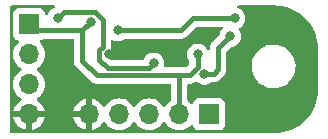
<source format=gbr>
%TF.GenerationSoftware,KiCad,Pcbnew,7.0.7*%
%TF.CreationDate,2024-03-19T15:58:56-04:00*%
%TF.ProjectId,apds9960_breakout,61706473-3939-4363-905f-627265616b6f,rev?*%
%TF.SameCoordinates,Original*%
%TF.FileFunction,Copper,L2,Bot*%
%TF.FilePolarity,Positive*%
%FSLAX46Y46*%
G04 Gerber Fmt 4.6, Leading zero omitted, Abs format (unit mm)*
G04 Created by KiCad (PCBNEW 7.0.7) date 2024-03-19 15:58:56*
%MOMM*%
%LPD*%
G01*
G04 APERTURE LIST*
%TA.AperFunction,ComponentPad*%
%ADD10R,1.700000X1.700000*%
%TD*%
%TA.AperFunction,ComponentPad*%
%ADD11O,1.700000X1.700000*%
%TD*%
%TA.AperFunction,ViaPad*%
%ADD12C,0.800000*%
%TD*%
%TA.AperFunction,Conductor*%
%ADD13C,0.400000*%
%TD*%
G04 APERTURE END LIST*
D10*
%TO.P,J1,1,Pin_1*%
%TO.N,SCL*%
X126365000Y-85090000D03*
D11*
%TO.P,J1,2,Pin_2*%
%TO.N,SDA*%
X126365000Y-87630000D03*
%TO.P,J1,3,Pin_3*%
%TO.N,+3V3*%
X126365000Y-90170000D03*
%TO.P,J1,4,Pin_4*%
%TO.N,GND*%
X126365000Y-92710000D03*
%TD*%
D10*
%TO.P,J2,1,Pin_1*%
%TO.N,SDA*%
X141605000Y-92710000D03*
D11*
%TO.P,J2,2,Pin_2*%
%TO.N,SCL*%
X139065000Y-92710000D03*
%TO.P,J2,3,Pin_3*%
%TO.N,Net-(J2-Pin_3)*%
X136525000Y-92710000D03*
%TO.P,J2,4,Pin_4*%
%TO.N,+3V3*%
X133985000Y-92710000D03*
%TO.P,J2,5,Pin_5*%
%TO.N,GND*%
X131445000Y-92710000D03*
%TD*%
D12*
%TO.N,Net-(U1-VCC)*%
X143383000Y-86106000D03*
X141204832Y-89287832D03*
%TO.N,+3V3*%
X143764000Y-84582000D03*
X133858000Y-85598000D03*
%TO.N,GND*%
X133096000Y-87630000D03*
%TO.N,SCL*%
X140640500Y-87617431D03*
%TO.N,GND*%
X128778000Y-88900000D03*
%TO.N,SCL*%
X131572000Y-84873500D03*
%TO.N,SDA*%
X136906000Y-88392000D03*
X128778000Y-84582000D03*
%TD*%
D13*
%TO.N,Net-(U1-VCC)*%
X142367000Y-87122000D02*
X143383000Y-86106000D01*
X142367000Y-88900000D02*
X142367000Y-88011000D01*
X142367000Y-88011000D02*
X142367000Y-87122000D01*
X141979168Y-89287832D02*
X142367000Y-88900000D01*
X141204832Y-89287832D02*
X141979168Y-89287832D01*
%TO.N,+3V3*%
X140208000Y-84582000D02*
X143764000Y-84582000D01*
X139192000Y-85598000D02*
X140208000Y-84582000D01*
X133858000Y-85598000D02*
X139192000Y-85598000D01*
%TO.N,SDA*%
X136490000Y-88808000D02*
X136906000Y-88392000D01*
X133004000Y-88808000D02*
X136490000Y-88808000D01*
X132296000Y-88100000D02*
X133004000Y-88808000D01*
X132296000Y-87298629D02*
X132296000Y-88100000D01*
X132588000Y-87006629D02*
X132296000Y-87298629D01*
X132588000Y-84758129D02*
X132588000Y-87006629D01*
X131903871Y-84074000D02*
X132588000Y-84758129D01*
X129286000Y-84074000D02*
X131903871Y-84074000D01*
X128778000Y-84582000D02*
X129286000Y-84074000D01*
%TO.N,SCL*%
X130847500Y-88175500D02*
X132080000Y-89408000D01*
X132080000Y-89408000D02*
X138938000Y-89408000D01*
X130847500Y-85598000D02*
X130847500Y-88175500D01*
X126873000Y-85598000D02*
X130847500Y-85598000D01*
X130847500Y-85598000D02*
X131572000Y-84873500D01*
X126365000Y-85090000D02*
X126873000Y-85598000D01*
X139065000Y-89535000D02*
X138938000Y-89408000D01*
X139065000Y-92710000D02*
X139065000Y-89535000D01*
X138938000Y-89408000D02*
X139954000Y-89408000D01*
X140640500Y-88721500D02*
X139954000Y-89408000D01*
X140640500Y-87617431D02*
X140640500Y-88721500D01*
%TD*%
%TA.AperFunction,Conductor*%
%TO.N,GND*%
G36*
X128510480Y-83505185D02*
G01*
X128556235Y-83557989D01*
X128566179Y-83627147D01*
X128537154Y-83690703D01*
X128493877Y-83722779D01*
X128325270Y-83797848D01*
X128325265Y-83797851D01*
X128172129Y-83909111D01*
X128045466Y-84049785D01*
X127950820Y-84213717D01*
X127950472Y-84214500D01*
X127950149Y-84214878D01*
X127947572Y-84219344D01*
X127946755Y-84218872D01*
X127905217Y-84267734D01*
X127838367Y-84288050D01*
X127771144Y-84269000D01*
X127724893Y-84216630D01*
X127713906Y-84177309D01*
X127709091Y-84132516D01*
X127658797Y-83997671D01*
X127658793Y-83997664D01*
X127572547Y-83882455D01*
X127572544Y-83882452D01*
X127457335Y-83796206D01*
X127457328Y-83796202D01*
X127322482Y-83745908D01*
X127322483Y-83745908D01*
X127262883Y-83739501D01*
X127262881Y-83739500D01*
X127262873Y-83739500D01*
X127262864Y-83739500D01*
X125467129Y-83739500D01*
X125467123Y-83739501D01*
X125407516Y-83745908D01*
X125272671Y-83796202D01*
X125272664Y-83796206D01*
X125157455Y-83882452D01*
X125157452Y-83882455D01*
X125071206Y-83997664D01*
X125071202Y-83997671D01*
X125020908Y-84132517D01*
X125014501Y-84192116D01*
X125014500Y-84192135D01*
X125014500Y-85987870D01*
X125014501Y-85987876D01*
X125020908Y-86047483D01*
X125071202Y-86182328D01*
X125071206Y-86182335D01*
X125157452Y-86297544D01*
X125157455Y-86297547D01*
X125272664Y-86383793D01*
X125272671Y-86383797D01*
X125404081Y-86432810D01*
X125460015Y-86474681D01*
X125484432Y-86540145D01*
X125469580Y-86608418D01*
X125448430Y-86636673D01*
X125326503Y-86758600D01*
X125190965Y-86952169D01*
X125190964Y-86952171D01*
X125091098Y-87166335D01*
X125091094Y-87166344D01*
X125029938Y-87394586D01*
X125029936Y-87394596D01*
X125009341Y-87629999D01*
X125009341Y-87630000D01*
X125029936Y-87865403D01*
X125029938Y-87865413D01*
X125091094Y-88093655D01*
X125091096Y-88093659D01*
X125091097Y-88093663D01*
X125149126Y-88218106D01*
X125190965Y-88307830D01*
X125190967Y-88307834D01*
X125326501Y-88501395D01*
X125326506Y-88501402D01*
X125493597Y-88668493D01*
X125493603Y-88668498D01*
X125679158Y-88798425D01*
X125722783Y-88853002D01*
X125729977Y-88922500D01*
X125698454Y-88984855D01*
X125679158Y-89001575D01*
X125493597Y-89131505D01*
X125326505Y-89298597D01*
X125190965Y-89492169D01*
X125190964Y-89492171D01*
X125091098Y-89706335D01*
X125091094Y-89706344D01*
X125029938Y-89934586D01*
X125029936Y-89934596D01*
X125009341Y-90169999D01*
X125009341Y-90170000D01*
X125029936Y-90405403D01*
X125029938Y-90405413D01*
X125091094Y-90633655D01*
X125091096Y-90633659D01*
X125091097Y-90633663D01*
X125175108Y-90813824D01*
X125190965Y-90847830D01*
X125190967Y-90847834D01*
X125279710Y-90974571D01*
X125326505Y-91041401D01*
X125493599Y-91208495D01*
X125676747Y-91336737D01*
X125679594Y-91338730D01*
X125723219Y-91393307D01*
X125730413Y-91462805D01*
X125698890Y-91525160D01*
X125679595Y-91541880D01*
X125493922Y-91671890D01*
X125493920Y-91671891D01*
X125326891Y-91838920D01*
X125326886Y-91838926D01*
X125191400Y-92032420D01*
X125191399Y-92032422D01*
X125091570Y-92246507D01*
X125091567Y-92246513D01*
X125034364Y-92459999D01*
X125034364Y-92460000D01*
X125751653Y-92460000D01*
X125818692Y-92479685D01*
X125864447Y-92532489D01*
X125874391Y-92601647D01*
X125870631Y-92618933D01*
X125865000Y-92638111D01*
X125865000Y-92781888D01*
X125870631Y-92801067D01*
X125870630Y-92870936D01*
X125832855Y-92929714D01*
X125769299Y-92958738D01*
X125751653Y-92960000D01*
X125034364Y-92960000D01*
X125091567Y-93173486D01*
X125091570Y-93173492D01*
X125191399Y-93387578D01*
X125326894Y-93581082D01*
X125493917Y-93748105D01*
X125687421Y-93883600D01*
X125901507Y-93983429D01*
X125901516Y-93983433D01*
X126114998Y-94040635D01*
X126114999Y-94040634D01*
X126114999Y-93322301D01*
X126134684Y-93255262D01*
X126187488Y-93209507D01*
X126256646Y-93199563D01*
X126263380Y-93200531D01*
X126329237Y-93210000D01*
X126329238Y-93210000D01*
X126400762Y-93210000D01*
X126400763Y-93210000D01*
X126473353Y-93199563D01*
X126542512Y-93209507D01*
X126595315Y-93255262D01*
X126615000Y-93322301D01*
X126615000Y-94040633D01*
X126828483Y-93983433D01*
X126828492Y-93983429D01*
X127042578Y-93883600D01*
X127236082Y-93748105D01*
X127403105Y-93581082D01*
X127538600Y-93387578D01*
X127638429Y-93173492D01*
X127638432Y-93173486D01*
X127695636Y-92960000D01*
X126978347Y-92960000D01*
X126911308Y-92940315D01*
X126865553Y-92887511D01*
X126855609Y-92818353D01*
X126859369Y-92801067D01*
X126865000Y-92781888D01*
X126865000Y-92638111D01*
X126859369Y-92618933D01*
X126859370Y-92549064D01*
X126897145Y-92490286D01*
X126960701Y-92461262D01*
X126978347Y-92460000D01*
X127695636Y-92460000D01*
X127695635Y-92459999D01*
X127638432Y-92246513D01*
X127638429Y-92246507D01*
X127538600Y-92032422D01*
X127538599Y-92032420D01*
X127403113Y-91838926D01*
X127403108Y-91838920D01*
X127236078Y-91671890D01*
X127050405Y-91541879D01*
X127006780Y-91487302D01*
X126999588Y-91417804D01*
X127031110Y-91355449D01*
X127050406Y-91338730D01*
X127236401Y-91208495D01*
X127403495Y-91041401D01*
X127539035Y-90847830D01*
X127638903Y-90633663D01*
X127700063Y-90405408D01*
X127720659Y-90170000D01*
X127700063Y-89934592D01*
X127653626Y-89761285D01*
X127638905Y-89706344D01*
X127638904Y-89706343D01*
X127638903Y-89706337D01*
X127539035Y-89492171D01*
X127481703Y-89410291D01*
X127403494Y-89298597D01*
X127236402Y-89131506D01*
X127236396Y-89131501D01*
X127050842Y-89001575D01*
X127007217Y-88946998D01*
X127000023Y-88877500D01*
X127031546Y-88815145D01*
X127050842Y-88798425D01*
X127073026Y-88782891D01*
X127236401Y-88668495D01*
X127403495Y-88501401D01*
X127539035Y-88307830D01*
X127638903Y-88093663D01*
X127700063Y-87865408D01*
X127720659Y-87630000D01*
X127700063Y-87394592D01*
X127641872Y-87177418D01*
X127638905Y-87166344D01*
X127638904Y-87166343D01*
X127638903Y-87166337D01*
X127539035Y-86952171D01*
X127533693Y-86944542D01*
X127403496Y-86758600D01*
X127350005Y-86705109D01*
X127281567Y-86636671D01*
X127248084Y-86575351D01*
X127253068Y-86505659D01*
X127294939Y-86449725D01*
X127325915Y-86432810D01*
X127457331Y-86383796D01*
X127538232Y-86323233D01*
X127603697Y-86298816D01*
X127612544Y-86298500D01*
X130023000Y-86298500D01*
X130090039Y-86318185D01*
X130135794Y-86370989D01*
X130147000Y-86422500D01*
X130147000Y-88152451D01*
X130146887Y-88156196D01*
X130143142Y-88218103D01*
X130143142Y-88218105D01*
X130154321Y-88279112D01*
X130154884Y-88282813D01*
X130162359Y-88344370D01*
X130162360Y-88344374D01*
X130165951Y-88353843D01*
X130171974Y-88375446D01*
X130173804Y-88385430D01*
X130199259Y-88441990D01*
X130200689Y-88445441D01*
X130222682Y-88503430D01*
X130227326Y-88510157D01*
X130228436Y-88511766D01*
X130239461Y-88531313D01*
X130243620Y-88540555D01*
X130243624Y-88540560D01*
X130281871Y-88589378D01*
X130284091Y-88592396D01*
X130319312Y-88643424D01*
X130319316Y-88643428D01*
X130319317Y-88643429D01*
X130365750Y-88684564D01*
X130368441Y-88687098D01*
X131568399Y-89887056D01*
X131570935Y-89889750D01*
X131611291Y-89935302D01*
X131612073Y-89936185D01*
X131633835Y-89951206D01*
X131663117Y-89971417D01*
X131666107Y-89973617D01*
X131714943Y-90011878D01*
X131724171Y-90016031D01*
X131724180Y-90016035D01*
X131743726Y-90027058D01*
X131752070Y-90032818D01*
X131810044Y-90054804D01*
X131810052Y-90054807D01*
X131813514Y-90056241D01*
X131870068Y-90081694D01*
X131880030Y-90083519D01*
X131901651Y-90089546D01*
X131901667Y-90089552D01*
X131911128Y-90093140D01*
X131927871Y-90095173D01*
X131972689Y-90100615D01*
X131976386Y-90101177D01*
X132037394Y-90112357D01*
X132037395Y-90112356D01*
X132037396Y-90112357D01*
X132099293Y-90108613D01*
X132103037Y-90108500D01*
X138240500Y-90108500D01*
X138307539Y-90128185D01*
X138353294Y-90180989D01*
X138364500Y-90232500D01*
X138364500Y-91487288D01*
X138344815Y-91554327D01*
X138311624Y-91588863D01*
X138193594Y-91671508D01*
X138026505Y-91838597D01*
X137896575Y-92024158D01*
X137841998Y-92067783D01*
X137772500Y-92074977D01*
X137710145Y-92043454D01*
X137693425Y-92024158D01*
X137563494Y-91838597D01*
X137396402Y-91671506D01*
X137396395Y-91671501D01*
X137202834Y-91535967D01*
X137202830Y-91535965D01*
X137179659Y-91525160D01*
X136988663Y-91436097D01*
X136988659Y-91436096D01*
X136988655Y-91436094D01*
X136760413Y-91374938D01*
X136760403Y-91374936D01*
X136525001Y-91354341D01*
X136524999Y-91354341D01*
X136289596Y-91374936D01*
X136289586Y-91374938D01*
X136061344Y-91436094D01*
X136061335Y-91436098D01*
X135847171Y-91535964D01*
X135847169Y-91535965D01*
X135653597Y-91671505D01*
X135486505Y-91838597D01*
X135356575Y-92024158D01*
X135301998Y-92067783D01*
X135232500Y-92074977D01*
X135170145Y-92043454D01*
X135153425Y-92024158D01*
X135023494Y-91838597D01*
X134856402Y-91671506D01*
X134856395Y-91671501D01*
X134662834Y-91535967D01*
X134662830Y-91535965D01*
X134639659Y-91525160D01*
X134448663Y-91436097D01*
X134448659Y-91436096D01*
X134448655Y-91436094D01*
X134220413Y-91374938D01*
X134220403Y-91374936D01*
X133985001Y-91354341D01*
X133984999Y-91354341D01*
X133749596Y-91374936D01*
X133749586Y-91374938D01*
X133521344Y-91436094D01*
X133521335Y-91436098D01*
X133307171Y-91535964D01*
X133307169Y-91535965D01*
X133113597Y-91671505D01*
X132946508Y-91838594D01*
X132816269Y-92024595D01*
X132761692Y-92068219D01*
X132692193Y-92075412D01*
X132629839Y-92043890D01*
X132613119Y-92024594D01*
X132483113Y-91838926D01*
X132483108Y-91838920D01*
X132316082Y-91671894D01*
X132122578Y-91536399D01*
X131908492Y-91436570D01*
X131908486Y-91436567D01*
X131695000Y-91379364D01*
X131694999Y-91379364D01*
X131695000Y-92097698D01*
X131675315Y-92164737D01*
X131622511Y-92210492D01*
X131553355Y-92220436D01*
X131480766Y-92210000D01*
X131480763Y-92210000D01*
X131409237Y-92210000D01*
X131409233Y-92210000D01*
X131336644Y-92220436D01*
X131267486Y-92210492D01*
X131214683Y-92164736D01*
X131194999Y-92097698D01*
X131194998Y-91379364D01*
X130981505Y-91436570D01*
X130767422Y-91536399D01*
X130767420Y-91536400D01*
X130573926Y-91671886D01*
X130573920Y-91671891D01*
X130406891Y-91838920D01*
X130406886Y-91838926D01*
X130271400Y-92032420D01*
X130271399Y-92032422D01*
X130171570Y-92246507D01*
X130171567Y-92246513D01*
X130114364Y-92459999D01*
X130114364Y-92460000D01*
X130831653Y-92460000D01*
X130898692Y-92479685D01*
X130944447Y-92532489D01*
X130954391Y-92601647D01*
X130950631Y-92618933D01*
X130945000Y-92638111D01*
X130945000Y-92781888D01*
X130950631Y-92801067D01*
X130950630Y-92870936D01*
X130912855Y-92929714D01*
X130849299Y-92958738D01*
X130831653Y-92960000D01*
X130114364Y-92960000D01*
X130171567Y-93173486D01*
X130171570Y-93173492D01*
X130271399Y-93387578D01*
X130406894Y-93581082D01*
X130573917Y-93748105D01*
X130767421Y-93883600D01*
X130981507Y-93983429D01*
X130981516Y-93983433D01*
X131194998Y-94040635D01*
X131194998Y-94040634D01*
X131194999Y-93322301D01*
X131214684Y-93255262D01*
X131267488Y-93209507D01*
X131336646Y-93199563D01*
X131343380Y-93200531D01*
X131409237Y-93210000D01*
X131409238Y-93210000D01*
X131480762Y-93210000D01*
X131480763Y-93210000D01*
X131553353Y-93199563D01*
X131622512Y-93209507D01*
X131675315Y-93255262D01*
X131695000Y-93322301D01*
X131695000Y-94040634D01*
X131908483Y-93983433D01*
X131908492Y-93983429D01*
X132122578Y-93883600D01*
X132316082Y-93748105D01*
X132483105Y-93581082D01*
X132613119Y-93395405D01*
X132667696Y-93351781D01*
X132737195Y-93344588D01*
X132799549Y-93376110D01*
X132816269Y-93395405D01*
X132946505Y-93581401D01*
X133113599Y-93748495D01*
X133210384Y-93816265D01*
X133307165Y-93884032D01*
X133307167Y-93884033D01*
X133307170Y-93884035D01*
X133521337Y-93983903D01*
X133749592Y-94045063D01*
X133926034Y-94060500D01*
X133984999Y-94065659D01*
X133985000Y-94065659D01*
X133985001Y-94065659D01*
X134043966Y-94060500D01*
X134220408Y-94045063D01*
X134448663Y-93983903D01*
X134662830Y-93884035D01*
X134856401Y-93748495D01*
X135023495Y-93581401D01*
X135153424Y-93395842D01*
X135208002Y-93352217D01*
X135277500Y-93345023D01*
X135339855Y-93376546D01*
X135356575Y-93395842D01*
X135486281Y-93581082D01*
X135486505Y-93581401D01*
X135653599Y-93748495D01*
X135750384Y-93816265D01*
X135847165Y-93884032D01*
X135847167Y-93884033D01*
X135847170Y-93884035D01*
X136061337Y-93983903D01*
X136289592Y-94045063D01*
X136466034Y-94060500D01*
X136524999Y-94065659D01*
X136525000Y-94065659D01*
X136525001Y-94065659D01*
X136583966Y-94060500D01*
X136760408Y-94045063D01*
X136988663Y-93983903D01*
X137202830Y-93884035D01*
X137396401Y-93748495D01*
X137563495Y-93581401D01*
X137693424Y-93395842D01*
X137748002Y-93352217D01*
X137817500Y-93345023D01*
X137879855Y-93376546D01*
X137896575Y-93395842D01*
X138026281Y-93581082D01*
X138026505Y-93581401D01*
X138193599Y-93748495D01*
X138290384Y-93816265D01*
X138387165Y-93884032D01*
X138387167Y-93884033D01*
X138387170Y-93884035D01*
X138601337Y-93983903D01*
X138829592Y-94045063D01*
X139006034Y-94060500D01*
X139064999Y-94065659D01*
X139065000Y-94065659D01*
X139065001Y-94065659D01*
X139123966Y-94060500D01*
X139300408Y-94045063D01*
X139528663Y-93983903D01*
X139742830Y-93884035D01*
X139936401Y-93748495D01*
X140058329Y-93626566D01*
X140119648Y-93593084D01*
X140189340Y-93598068D01*
X140245274Y-93639939D01*
X140262189Y-93670917D01*
X140311202Y-93802328D01*
X140311206Y-93802335D01*
X140397452Y-93917544D01*
X140397455Y-93917547D01*
X140512664Y-94003793D01*
X140512671Y-94003797D01*
X140647517Y-94054091D01*
X140647516Y-94054091D01*
X140654444Y-94054835D01*
X140707127Y-94060500D01*
X142502872Y-94060499D01*
X142562483Y-94054091D01*
X142697331Y-94003796D01*
X142812546Y-93917546D01*
X142898796Y-93802331D01*
X142949091Y-93667483D01*
X142955500Y-93607873D01*
X142955499Y-91812128D01*
X142949091Y-91752517D01*
X142947810Y-91749083D01*
X142898797Y-91617671D01*
X142898793Y-91617664D01*
X142812547Y-91502455D01*
X142812544Y-91502452D01*
X142697335Y-91416206D01*
X142697328Y-91416202D01*
X142562482Y-91365908D01*
X142562483Y-91365908D01*
X142502883Y-91359501D01*
X142502881Y-91359500D01*
X142502873Y-91359500D01*
X142502864Y-91359500D01*
X140707129Y-91359500D01*
X140707123Y-91359501D01*
X140647516Y-91365908D01*
X140512671Y-91416202D01*
X140512664Y-91416206D01*
X140397455Y-91502452D01*
X140397452Y-91502455D01*
X140311206Y-91617664D01*
X140311203Y-91617669D01*
X140262189Y-91749083D01*
X140220317Y-91805016D01*
X140154853Y-91829433D01*
X140086580Y-91814581D01*
X140058326Y-91793430D01*
X139936404Y-91671508D01*
X139936402Y-91671506D01*
X139936401Y-91671505D01*
X139936396Y-91671501D01*
X139936393Y-91671499D01*
X139818376Y-91588861D01*
X139774751Y-91534284D01*
X139765500Y-91487287D01*
X139765500Y-90232500D01*
X139785185Y-90165461D01*
X139837989Y-90119706D01*
X139889500Y-90108500D01*
X139930952Y-90108500D01*
X139934697Y-90108613D01*
X139942042Y-90109057D01*
X139996606Y-90112358D01*
X140034314Y-90105447D01*
X140057621Y-90101177D01*
X140061325Y-90100613D01*
X140079170Y-90098446D01*
X140122872Y-90093140D01*
X140132335Y-90089550D01*
X140153961Y-90083522D01*
X140154893Y-90083351D01*
X140163932Y-90081695D01*
X140220512Y-90056229D01*
X140223948Y-90054807D01*
X140281930Y-90032818D01*
X140290266Y-90027062D01*
X140309821Y-90016034D01*
X140319057Y-90011878D01*
X140367896Y-89973613D01*
X140370876Y-89971421D01*
X140421929Y-89936183D01*
X140421929Y-89936182D01*
X140427805Y-89932127D01*
X140494159Y-89910244D01*
X140561811Y-89927710D01*
X140590393Y-89951204D01*
X140598961Y-89960720D01*
X140598962Y-89960721D01*
X140598967Y-89960725D01*
X140752097Y-90071980D01*
X140752102Y-90071983D01*
X140925024Y-90148974D01*
X140925029Y-90148976D01*
X141110186Y-90188332D01*
X141110187Y-90188332D01*
X141299476Y-90188332D01*
X141299478Y-90188332D01*
X141484635Y-90148976D01*
X141657562Y-90071983D01*
X141719391Y-90027062D01*
X141740103Y-90012014D01*
X141805909Y-89988534D01*
X141812988Y-89988332D01*
X141956120Y-89988332D01*
X141959865Y-89988445D01*
X141967210Y-89988889D01*
X142021774Y-89992190D01*
X142059482Y-89985279D01*
X142082789Y-89981009D01*
X142086493Y-89980445D01*
X142104338Y-89978278D01*
X142148040Y-89972972D01*
X142157503Y-89969382D01*
X142179129Y-89963354D01*
X142180061Y-89963183D01*
X142189100Y-89961527D01*
X142245680Y-89936061D01*
X142249110Y-89934641D01*
X142307098Y-89912650D01*
X142315434Y-89906894D01*
X142334989Y-89895866D01*
X142344225Y-89891710D01*
X142393064Y-89853445D01*
X142396044Y-89851253D01*
X142447097Y-89816015D01*
X142488233Y-89769580D01*
X142490767Y-89766888D01*
X142846056Y-89411599D01*
X142848748Y-89409065D01*
X142895183Y-89367929D01*
X142930427Y-89316866D01*
X142932617Y-89313890D01*
X142970877Y-89265057D01*
X142975029Y-89255828D01*
X142986062Y-89236268D01*
X142986419Y-89235750D01*
X142991818Y-89227930D01*
X143013812Y-89169933D01*
X143015231Y-89166505D01*
X143040694Y-89109932D01*
X143042520Y-89099965D01*
X143048548Y-89078340D01*
X143052140Y-89068872D01*
X143059615Y-89007309D01*
X143060179Y-89003605D01*
X143064456Y-88980258D01*
X143071357Y-88942606D01*
X143067613Y-88880707D01*
X143067500Y-88876963D01*
X143067500Y-88713763D01*
X145211787Y-88713763D01*
X145241413Y-88983013D01*
X145241415Y-88983024D01*
X145307622Y-89236268D01*
X145309928Y-89245088D01*
X145415870Y-89494390D01*
X145487998Y-89612575D01*
X145556979Y-89725605D01*
X145556986Y-89725615D01*
X145730253Y-89933819D01*
X145730259Y-89933824D01*
X145834327Y-90027069D01*
X145931998Y-90114582D01*
X146157910Y-90264044D01*
X146403176Y-90379020D01*
X146403183Y-90379022D01*
X146403185Y-90379023D01*
X146662557Y-90457057D01*
X146662564Y-90457058D01*
X146662569Y-90457060D01*
X146930561Y-90496500D01*
X146930566Y-90496500D01*
X147133636Y-90496500D01*
X147185133Y-90492730D01*
X147336156Y-90481677D01*
X147448758Y-90456593D01*
X147600546Y-90422782D01*
X147600548Y-90422781D01*
X147600553Y-90422780D01*
X147853558Y-90326014D01*
X148089777Y-90193441D01*
X148304177Y-90027888D01*
X148492186Y-89832881D01*
X148649799Y-89612579D01*
X148753121Y-89411616D01*
X148773649Y-89371690D01*
X148773651Y-89371684D01*
X148773656Y-89371675D01*
X148861118Y-89115305D01*
X148910319Y-88848933D01*
X148920212Y-88578235D01*
X148890586Y-88308982D01*
X148822072Y-88046912D01*
X148716130Y-87797610D01*
X148575018Y-87566390D01*
X148545447Y-87530857D01*
X148401746Y-87358180D01*
X148401740Y-87358175D01*
X148200002Y-87177418D01*
X147974092Y-87027957D01*
X147928320Y-87006500D01*
X147728824Y-86912980D01*
X147728819Y-86912978D01*
X147728814Y-86912976D01*
X147469442Y-86834942D01*
X147469428Y-86834939D01*
X147353791Y-86817921D01*
X147201439Y-86795500D01*
X146998369Y-86795500D01*
X146998364Y-86795500D01*
X146795844Y-86810323D01*
X146795831Y-86810325D01*
X146531453Y-86869217D01*
X146531446Y-86869220D01*
X146278439Y-86965987D01*
X146042226Y-87098557D01*
X146042224Y-87098558D01*
X146042223Y-87098559D01*
X146012693Y-87121361D01*
X145827822Y-87264112D01*
X145639822Y-87459109D01*
X145639816Y-87459116D01*
X145482202Y-87679419D01*
X145482199Y-87679424D01*
X145358350Y-87920309D01*
X145358343Y-87920327D01*
X145270884Y-88176685D01*
X145270881Y-88176699D01*
X145263233Y-88218105D01*
X145222349Y-88439454D01*
X145221681Y-88443068D01*
X145221680Y-88443075D01*
X145211787Y-88713763D01*
X143067500Y-88713763D01*
X143067500Y-87463519D01*
X143087185Y-87396480D01*
X143103819Y-87375838D01*
X143273055Y-87206602D01*
X143445975Y-87033681D01*
X143507296Y-87000198D01*
X143507362Y-87000183D01*
X143662803Y-86967144D01*
X143662807Y-86967142D01*
X143662808Y-86967142D01*
X143739214Y-86933123D01*
X143835730Y-86890151D01*
X143988871Y-86778888D01*
X144115533Y-86638216D01*
X144210179Y-86474284D01*
X144268674Y-86294256D01*
X144288460Y-86106000D01*
X144268674Y-85917744D01*
X144210179Y-85737716D01*
X144115533Y-85573784D01*
X144112284Y-85568156D01*
X144113635Y-85567375D01*
X144092810Y-85509036D01*
X144108626Y-85440980D01*
X144158725Y-85392278D01*
X144166143Y-85388673D01*
X144216730Y-85366151D01*
X144369871Y-85254888D01*
X144496533Y-85114216D01*
X144591179Y-84950284D01*
X144649674Y-84770256D01*
X144669460Y-84582000D01*
X144649674Y-84393744D01*
X144591179Y-84213716D01*
X144496533Y-84049784D01*
X144369871Y-83909112D01*
X144369870Y-83909111D01*
X144216734Y-83797851D01*
X144216729Y-83797848D01*
X144048123Y-83722779D01*
X143994886Y-83677529D01*
X143974565Y-83610680D01*
X143993611Y-83543456D01*
X144045977Y-83497201D01*
X144098559Y-83485500D01*
X147082405Y-83485500D01*
X147128471Y-83485500D01*
X147131513Y-83485575D01*
X147489571Y-83503165D01*
X147495624Y-83503760D01*
X147848724Y-83556138D01*
X147854676Y-83557321D01*
X148133437Y-83627147D01*
X148200953Y-83644059D01*
X148206774Y-83645824D01*
X148542867Y-83766081D01*
X148548486Y-83768409D01*
X148871181Y-83921031D01*
X148876539Y-83923894D01*
X149175302Y-84102966D01*
X149182713Y-84107408D01*
X149187775Y-84110790D01*
X149474494Y-84323436D01*
X149479198Y-84327296D01*
X149743699Y-84567025D01*
X149747974Y-84571300D01*
X149936491Y-84779297D01*
X149987701Y-84835799D01*
X149991563Y-84840505D01*
X150204209Y-85127224D01*
X150207591Y-85132286D01*
X150387899Y-85433112D01*
X150391098Y-85438448D01*
X150393968Y-85443818D01*
X150546590Y-85766513D01*
X150548920Y-85772137D01*
X150669173Y-86108220D01*
X150670940Y-86114046D01*
X150757674Y-86460304D01*
X150758861Y-86466275D01*
X150811238Y-86819370D01*
X150811834Y-86825428D01*
X150829425Y-87183486D01*
X150829500Y-87186529D01*
X150829500Y-90613470D01*
X150829425Y-90616513D01*
X150811834Y-90974571D01*
X150811238Y-90980629D01*
X150758861Y-91333724D01*
X150757674Y-91339695D01*
X150670940Y-91685953D01*
X150669173Y-91691779D01*
X150548920Y-92027862D01*
X150546590Y-92033486D01*
X150393968Y-92356181D01*
X150391098Y-92361551D01*
X150207591Y-92667713D01*
X150204209Y-92672775D01*
X149991563Y-92959494D01*
X149987701Y-92964200D01*
X149911782Y-93047965D01*
X149765370Y-93209507D01*
X149747989Y-93228684D01*
X149743689Y-93232983D01*
X149719109Y-93255262D01*
X149479200Y-93472701D01*
X149474494Y-93476563D01*
X149187775Y-93689209D01*
X149182713Y-93692591D01*
X148876551Y-93876098D01*
X148871181Y-93878968D01*
X148548486Y-94031590D01*
X148542862Y-94033920D01*
X148206779Y-94154173D01*
X148200953Y-94155940D01*
X147854695Y-94242674D01*
X147848724Y-94243861D01*
X147495629Y-94296238D01*
X147489571Y-94296834D01*
X147131514Y-94314425D01*
X147128471Y-94314500D01*
X124884500Y-94314500D01*
X124817461Y-94294815D01*
X124771706Y-94242011D01*
X124760500Y-94190500D01*
X124760500Y-83609500D01*
X124780185Y-83542461D01*
X124832989Y-83496706D01*
X124884500Y-83485500D01*
X128443441Y-83485500D01*
X128510480Y-83505185D01*
G37*
%TD.AperFunction*%
%TA.AperFunction,Conductor*%
G36*
X142701271Y-85302185D02*
G01*
X142747026Y-85354989D01*
X142756970Y-85424147D01*
X142727945Y-85487703D01*
X142726382Y-85489472D01*
X142650466Y-85573785D01*
X142555821Y-85737715D01*
X142555818Y-85737722D01*
X142497327Y-85917739D01*
X142497325Y-85917750D01*
X142492134Y-85967129D01*
X142465549Y-86031743D01*
X142456495Y-86041846D01*
X141887966Y-86610375D01*
X141885240Y-86612942D01*
X141838818Y-86654068D01*
X141803586Y-86705109D01*
X141801368Y-86708124D01*
X141763124Y-86756939D01*
X141763119Y-86756948D01*
X141758960Y-86766188D01*
X141747942Y-86785723D01*
X141742187Y-86794061D01*
X141742183Y-86794067D01*
X141742182Y-86794070D01*
X141742180Y-86794074D01*
X141742179Y-86794077D01*
X141720189Y-86852055D01*
X141718757Y-86855513D01*
X141693305Y-86912068D01*
X141691477Y-86922042D01*
X141685453Y-86943653D01*
X141681860Y-86953127D01*
X141681859Y-86953128D01*
X141674384Y-87014685D01*
X141673821Y-87018386D01*
X141662642Y-87079390D01*
X141662642Y-87079395D01*
X141665180Y-87121361D01*
X141649579Y-87189466D01*
X141599633Y-87238326D01*
X141531201Y-87252426D01*
X141466009Y-87227291D01*
X141434020Y-87190849D01*
X141373033Y-87085215D01*
X141246371Y-86944543D01*
X141215401Y-86922042D01*
X141093234Y-86833282D01*
X141093229Y-86833279D01*
X140920307Y-86756288D01*
X140920302Y-86756286D01*
X140774500Y-86725296D01*
X140735146Y-86716931D01*
X140545854Y-86716931D01*
X140513397Y-86723829D01*
X140360697Y-86756286D01*
X140360692Y-86756288D01*
X140187770Y-86833279D01*
X140187765Y-86833282D01*
X140034629Y-86944542D01*
X139907966Y-87085216D01*
X139813321Y-87249146D01*
X139813318Y-87249153D01*
X139757647Y-87420492D01*
X139754826Y-87429175D01*
X139735040Y-87617431D01*
X139754826Y-87805687D01*
X139754827Y-87805690D01*
X139813318Y-87985708D01*
X139813321Y-87985715D01*
X139907966Y-88149646D01*
X139908148Y-88149848D01*
X139908216Y-88149990D01*
X139911785Y-88154902D01*
X139910886Y-88155554D01*
X139938379Y-88212839D01*
X139940000Y-88232822D01*
X139940000Y-88379981D01*
X139920315Y-88447020D01*
X139903681Y-88467662D01*
X139700162Y-88671181D01*
X139638839Y-88704666D01*
X139612481Y-88707500D01*
X139012927Y-88707500D01*
X138990576Y-88705469D01*
X138980607Y-88703642D01*
X138980603Y-88703642D01*
X138918697Y-88707387D01*
X138914952Y-88707500D01*
X137916016Y-88707500D01*
X137848977Y-88687815D01*
X137803222Y-88635011D01*
X137792695Y-88570539D01*
X137795846Y-88540557D01*
X137811460Y-88392000D01*
X137791674Y-88203744D01*
X137733179Y-88023716D01*
X137638533Y-87859784D01*
X137511871Y-87719112D01*
X137511870Y-87719111D01*
X137358734Y-87607851D01*
X137358729Y-87607848D01*
X137185807Y-87530857D01*
X137185802Y-87530855D01*
X137040001Y-87499865D01*
X137000646Y-87491500D01*
X136811354Y-87491500D01*
X136778897Y-87498398D01*
X136626197Y-87530855D01*
X136626192Y-87530857D01*
X136453270Y-87607848D01*
X136453265Y-87607851D01*
X136300129Y-87719111D01*
X136173466Y-87859785D01*
X136078821Y-88023715D01*
X136076175Y-88029659D01*
X136074567Y-88028943D01*
X136039992Y-88079500D01*
X135975631Y-88106693D01*
X135961506Y-88107500D01*
X133345519Y-88107500D01*
X133278480Y-88087815D01*
X133257838Y-88071181D01*
X133032818Y-87846161D01*
X132999333Y-87784838D01*
X132996499Y-87758487D01*
X132996499Y-87640146D01*
X133016184Y-87573108D01*
X133032813Y-87552471D01*
X133067056Y-87518228D01*
X133069748Y-87515694D01*
X133116183Y-87474558D01*
X133151427Y-87423495D01*
X133153617Y-87420519D01*
X133191877Y-87371686D01*
X133196029Y-87362457D01*
X133207062Y-87342897D01*
X133207419Y-87342379D01*
X133212818Y-87334559D01*
X133234812Y-87276562D01*
X133236231Y-87273134D01*
X133261694Y-87216561D01*
X133263520Y-87206594D01*
X133269548Y-87184969D01*
X133273140Y-87175501D01*
X133280615Y-87113938D01*
X133281179Y-87110234D01*
X133285763Y-87085215D01*
X133292357Y-87049235D01*
X133291219Y-87030428D01*
X133288613Y-86987336D01*
X133288500Y-86983592D01*
X133288500Y-86521105D01*
X133308185Y-86454066D01*
X133360989Y-86408311D01*
X133430147Y-86398367D01*
X133462936Y-86407826D01*
X133578192Y-86459142D01*
X133578197Y-86459144D01*
X133763354Y-86498500D01*
X133763355Y-86498500D01*
X133952644Y-86498500D01*
X133952646Y-86498500D01*
X134137803Y-86459144D01*
X134310730Y-86382151D01*
X134391824Y-86323233D01*
X134393271Y-86322182D01*
X134459077Y-86298702D01*
X134466156Y-86298500D01*
X139168952Y-86298500D01*
X139172697Y-86298613D01*
X139180042Y-86299057D01*
X139234606Y-86302358D01*
X139272314Y-86295447D01*
X139295621Y-86291177D01*
X139299325Y-86290613D01*
X139317170Y-86288446D01*
X139360872Y-86283140D01*
X139370335Y-86279550D01*
X139391961Y-86273522D01*
X139392893Y-86273351D01*
X139401932Y-86271695D01*
X139458512Y-86246229D01*
X139461942Y-86244809D01*
X139519930Y-86222818D01*
X139528266Y-86217062D01*
X139547821Y-86206034D01*
X139557057Y-86201878D01*
X139605896Y-86163613D01*
X139608876Y-86161421D01*
X139659929Y-86126183D01*
X139701065Y-86079748D01*
X139703599Y-86077056D01*
X140461837Y-85318819D01*
X140523161Y-85285334D01*
X140549519Y-85282500D01*
X142634232Y-85282500D01*
X142701271Y-85302185D01*
G37*
%TD.AperFunction*%
%TD*%
M02*

</source>
